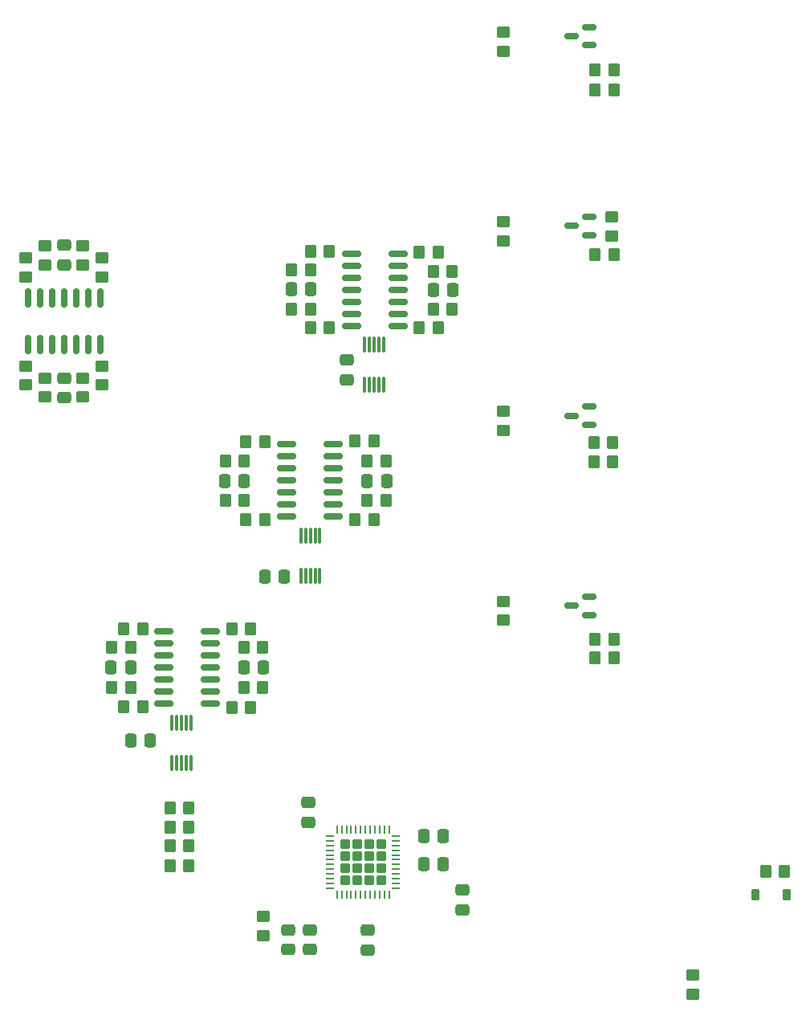
<source format=gtp>
G04 #@! TF.GenerationSoftware,KiCad,Pcbnew,8.0.5*
G04 #@! TF.CreationDate,2024-10-20T20:29:36+02:00*
G04 #@! TF.ProjectId,midi-2-cv,6d696469-2d32-42d6-9376-2e6b69636164,rev?*
G04 #@! TF.SameCoordinates,Original*
G04 #@! TF.FileFunction,Paste,Top*
G04 #@! TF.FilePolarity,Positive*
%FSLAX46Y46*%
G04 Gerber Fmt 4.6, Leading zero omitted, Abs format (unit mm)*
G04 Created by KiCad (PCBNEW 8.0.5) date 2024-10-20 20:29:36*
%MOMM*%
%LPD*%
G01*
G04 APERTURE LIST*
G04 Aperture macros list*
%AMRoundRect*
0 Rectangle with rounded corners*
0 $1 Rounding radius*
0 $2 $3 $4 $5 $6 $7 $8 $9 X,Y pos of 4 corners*
0 Add a 4 corners polygon primitive as box body*
4,1,4,$2,$3,$4,$5,$6,$7,$8,$9,$2,$3,0*
0 Add four circle primitives for the rounded corners*
1,1,$1+$1,$2,$3*
1,1,$1+$1,$4,$5*
1,1,$1+$1,$6,$7*
1,1,$1+$1,$8,$9*
0 Add four rect primitives between the rounded corners*
20,1,$1+$1,$2,$3,$4,$5,0*
20,1,$1+$1,$4,$5,$6,$7,0*
20,1,$1+$1,$6,$7,$8,$9,0*
20,1,$1+$1,$8,$9,$2,$3,0*%
G04 Aperture macros list end*
%ADD10RoundRect,0.250000X0.350000X0.450000X-0.350000X0.450000X-0.350000X-0.450000X0.350000X-0.450000X0*%
%ADD11RoundRect,0.250000X-0.350000X-0.450000X0.350000X-0.450000X0.350000X0.450000X-0.350000X0.450000X0*%
%ADD12RoundRect,0.250000X0.450000X-0.350000X0.450000X0.350000X-0.450000X0.350000X-0.450000X-0.350000X0*%
%ADD13RoundRect,0.150000X0.587500X0.150000X-0.587500X0.150000X-0.587500X-0.150000X0.587500X-0.150000X0*%
%ADD14RoundRect,0.250000X0.337500X0.475000X-0.337500X0.475000X-0.337500X-0.475000X0.337500X-0.475000X0*%
%ADD15RoundRect,0.250000X-0.337500X-0.475000X0.337500X-0.475000X0.337500X0.475000X-0.337500X0.475000X0*%
%ADD16RoundRect,0.250000X-0.475000X0.337500X-0.475000X-0.337500X0.475000X-0.337500X0.475000X0.337500X0*%
%ADD17RoundRect,0.250000X0.265000X-0.265000X0.265000X0.265000X-0.265000X0.265000X-0.265000X-0.265000X0*%
%ADD18RoundRect,0.062500X0.062500X-0.337500X0.062500X0.337500X-0.062500X0.337500X-0.062500X-0.337500X0*%
%ADD19RoundRect,0.062500X0.337500X-0.062500X0.337500X0.062500X-0.337500X0.062500X-0.337500X-0.062500X0*%
%ADD20RoundRect,0.087500X0.087500X-0.725000X0.087500X0.725000X-0.087500X0.725000X-0.087500X-0.725000X0*%
%ADD21RoundRect,0.250000X-0.450000X0.350000X-0.450000X-0.350000X0.450000X-0.350000X0.450000X0.350000X0*%
%ADD22RoundRect,0.250000X0.475000X-0.337500X0.475000X0.337500X-0.475000X0.337500X-0.475000X-0.337500X0*%
%ADD23RoundRect,0.150000X-0.825000X-0.150000X0.825000X-0.150000X0.825000X0.150000X-0.825000X0.150000X0*%
%ADD24RoundRect,0.150000X-0.150000X0.825000X-0.150000X-0.825000X0.150000X-0.825000X0.150000X0.825000X0*%
%ADD25RoundRect,0.225000X-0.225000X-0.375000X0.225000X-0.375000X0.225000X0.375000X-0.225000X0.375000X0*%
G04 APERTURE END LIST*
D10*
X113900000Y-99800000D03*
X111900000Y-99800000D03*
D11*
X73030000Y-101700000D03*
X75030000Y-101700000D03*
D10*
X76970000Y-121400000D03*
X74970000Y-121400000D03*
D12*
X102380000Y-98500000D03*
X102380000Y-96500000D03*
D13*
X111400000Y-77900000D03*
X111400000Y-76000000D03*
X109525000Y-76950000D03*
D14*
X97037500Y-83700000D03*
X94962500Y-83700000D03*
X77037500Y-123500000D03*
X74962500Y-123500000D03*
X90037500Y-103800000D03*
X87962500Y-103800000D03*
D10*
X89970000Y-105900000D03*
X87970000Y-105900000D03*
D15*
X93962500Y-144250000D03*
X96037500Y-144250000D03*
D10*
X113900000Y-101800000D03*
X111900000Y-101800000D03*
X76970000Y-125600000D03*
X74970000Y-125600000D03*
D11*
X82000000Y-87700000D03*
X84000000Y-87700000D03*
D16*
X85825000Y-91062500D03*
X85825000Y-93137500D03*
D17*
X85645000Y-145905000D03*
X86915000Y-145905000D03*
X88185000Y-145905000D03*
X89455000Y-145905000D03*
X85645000Y-144635000D03*
X86915000Y-144635000D03*
X88185000Y-144635000D03*
X89455000Y-144635000D03*
X85645000Y-143365000D03*
X86915000Y-143365000D03*
X88185000Y-143365000D03*
X89455000Y-143365000D03*
X85645000Y-142095000D03*
X86915000Y-142095000D03*
X88185000Y-142095000D03*
X89455000Y-142095000D03*
D18*
X84800000Y-147450000D03*
X85300000Y-147450000D03*
X85800000Y-147450000D03*
X86300000Y-147450000D03*
X86800000Y-147450000D03*
X87300000Y-147450000D03*
X87800000Y-147450000D03*
X88300000Y-147450000D03*
X88800000Y-147450000D03*
X89300000Y-147450000D03*
X89800000Y-147450000D03*
X90300000Y-147450000D03*
D19*
X91000000Y-146750000D03*
X91000000Y-146250000D03*
X91000000Y-145750000D03*
X91000000Y-145250000D03*
X91000000Y-144750000D03*
X91000000Y-144250000D03*
X91000000Y-143750000D03*
X91000000Y-143250000D03*
X91000000Y-142750000D03*
X91000000Y-142250000D03*
X91000000Y-141750000D03*
X91000000Y-141250000D03*
D18*
X90300000Y-140550000D03*
X89800000Y-140550000D03*
X89300000Y-140550000D03*
X88800000Y-140550000D03*
X88300000Y-140550000D03*
X87800000Y-140550000D03*
X87300000Y-140550000D03*
X86800000Y-140550000D03*
X86300000Y-140550000D03*
X85800000Y-140550000D03*
X85300000Y-140550000D03*
X84800000Y-140550000D03*
D19*
X84100000Y-141250000D03*
X84100000Y-141750000D03*
X84100000Y-142250000D03*
X84100000Y-142750000D03*
X84100000Y-143250000D03*
X84100000Y-143750000D03*
X84100000Y-144250000D03*
X84100000Y-144750000D03*
X84100000Y-145250000D03*
X84100000Y-145750000D03*
X84100000Y-146250000D03*
X84100000Y-146750000D03*
D20*
X67400000Y-133512500D03*
X67900000Y-133512500D03*
X68400000Y-133512500D03*
X68900000Y-133512500D03*
X69400000Y-133512500D03*
X69400000Y-129287500D03*
X68900000Y-129287500D03*
X68400000Y-129287500D03*
X67900000Y-129287500D03*
X67400000Y-129287500D03*
D12*
X102380000Y-78500000D03*
X102380000Y-76500000D03*
D11*
X80030000Y-81600000D03*
X82030000Y-81600000D03*
D21*
X52000000Y-80300000D03*
X52000000Y-82300000D03*
D10*
X69200000Y-144400000D03*
X67200000Y-144400000D03*
X88700000Y-99600000D03*
X86700000Y-99600000D03*
D12*
X102380000Y-118500000D03*
X102380000Y-116500000D03*
D22*
X56000000Y-81037500D03*
X56000000Y-78962500D03*
D10*
X114000000Y-80000000D03*
X112000000Y-80000000D03*
D11*
X62300000Y-127600000D03*
X64300000Y-127600000D03*
D12*
X77000000Y-151750000D03*
X77000000Y-149750000D03*
D22*
X79700000Y-153237500D03*
X79700000Y-151162500D03*
D10*
X75700000Y-127700000D03*
X73700000Y-127700000D03*
D15*
X77162500Y-113900000D03*
X79237500Y-113900000D03*
D10*
X89970000Y-101700000D03*
X87970000Y-101700000D03*
D21*
X122300000Y-155900000D03*
X122300000Y-157900000D03*
D16*
X88000000Y-151195000D03*
X88000000Y-153270000D03*
D10*
X69200000Y-138300000D03*
X67200000Y-138300000D03*
D11*
X75200000Y-107900000D03*
X77200000Y-107900000D03*
D12*
X60000000Y-93700000D03*
X60000000Y-91700000D03*
D11*
X61030000Y-121400000D03*
X63030000Y-121400000D03*
X62300000Y-119400000D03*
X64300000Y-119400000D03*
D10*
X88700000Y-107900000D03*
X86700000Y-107900000D03*
D20*
X81000000Y-113812500D03*
X81500000Y-113812500D03*
X82000000Y-113812500D03*
X82500000Y-113812500D03*
X83000000Y-113812500D03*
X83000000Y-109587500D03*
X82500000Y-109587500D03*
X82000000Y-109587500D03*
X81500000Y-109587500D03*
X81000000Y-109587500D03*
D11*
X61030000Y-125600000D03*
X63030000Y-125600000D03*
D23*
X86325000Y-79890000D03*
X86325000Y-81160000D03*
X86325000Y-82430000D03*
X86325000Y-83700000D03*
X86325000Y-84970000D03*
X86325000Y-86240000D03*
X86325000Y-87510000D03*
X91275000Y-87510000D03*
X91275000Y-86240000D03*
X91275000Y-84970000D03*
X91275000Y-83700000D03*
X91275000Y-82430000D03*
X91275000Y-81160000D03*
X91275000Y-79890000D03*
D16*
X81750000Y-137712500D03*
X81750000Y-139787500D03*
D11*
X75200000Y-99700000D03*
X77200000Y-99700000D03*
D24*
X59810000Y-84525000D03*
X58540000Y-84525000D03*
X57270000Y-84525000D03*
X56000000Y-84525000D03*
X54730000Y-84525000D03*
X53460000Y-84525000D03*
X52190000Y-84525000D03*
X52190000Y-89475000D03*
X53460000Y-89475000D03*
X54730000Y-89475000D03*
X56000000Y-89475000D03*
X57270000Y-89475000D03*
X58540000Y-89475000D03*
X59810000Y-89475000D03*
D12*
X52000000Y-93700000D03*
X52000000Y-91700000D03*
X102380000Y-58500000D03*
X102380000Y-56500000D03*
D14*
X75037500Y-103800000D03*
X72962500Y-103800000D03*
D22*
X81950000Y-153237500D03*
X81950000Y-151162500D03*
D14*
X82037500Y-83640000D03*
X79962500Y-83640000D03*
D13*
X111400000Y-97900000D03*
X111400000Y-96000000D03*
X109525000Y-96950000D03*
D21*
X54000000Y-79030000D03*
X54000000Y-81030000D03*
D11*
X73030000Y-105900000D03*
X75030000Y-105900000D03*
D10*
X96970000Y-85700000D03*
X94970000Y-85700000D03*
D21*
X60000000Y-80300000D03*
X60000000Y-82300000D03*
D10*
X114000000Y-122500000D03*
X112000000Y-122500000D03*
D12*
X113800000Y-78000000D03*
X113800000Y-76000000D03*
D16*
X98000000Y-146962500D03*
X98000000Y-149037500D03*
D15*
X63062500Y-131200000D03*
X65137500Y-131200000D03*
D10*
X69200000Y-142300000D03*
X67200000Y-142300000D03*
X95500000Y-87700000D03*
X93500000Y-87700000D03*
X95500000Y-79700000D03*
X93500000Y-79700000D03*
D25*
X128950000Y-147400000D03*
X132250000Y-147400000D03*
D11*
X130000000Y-145000000D03*
X132000000Y-145000000D03*
D22*
X56000000Y-95037500D03*
X56000000Y-92962500D03*
D10*
X75700000Y-119400000D03*
X73700000Y-119400000D03*
D11*
X80030000Y-85700000D03*
X82030000Y-85700000D03*
D23*
X66525000Y-119650000D03*
X66525000Y-120920000D03*
X66525000Y-122190000D03*
X66525000Y-123460000D03*
X66525000Y-124730000D03*
X66525000Y-126000000D03*
X66525000Y-127270000D03*
X71475000Y-127270000D03*
X71475000Y-126000000D03*
X71475000Y-124730000D03*
X71475000Y-123460000D03*
X71475000Y-122190000D03*
X71475000Y-120920000D03*
X71475000Y-119650000D03*
D12*
X58000000Y-94970000D03*
X58000000Y-92970000D03*
D14*
X96037500Y-141250000D03*
X93962500Y-141250000D03*
D23*
X79450000Y-99960000D03*
X79450000Y-101230000D03*
X79450000Y-102500000D03*
X79450000Y-103770000D03*
X79450000Y-105040000D03*
X79450000Y-106310000D03*
X79450000Y-107580000D03*
X84400000Y-107580000D03*
X84400000Y-106310000D03*
X84400000Y-105040000D03*
X84400000Y-103770000D03*
X84400000Y-102500000D03*
X84400000Y-101230000D03*
X84400000Y-99960000D03*
D13*
X111437500Y-117950000D03*
X111437500Y-116050000D03*
X109562500Y-117000000D03*
D10*
X96970000Y-81700000D03*
X94970000Y-81700000D03*
D12*
X54000000Y-94970000D03*
X54000000Y-92970000D03*
D11*
X82000000Y-79600000D03*
X84000000Y-79600000D03*
D13*
X111400000Y-57900000D03*
X111400000Y-56000000D03*
X109525000Y-56950000D03*
D10*
X114000000Y-62600000D03*
X112000000Y-62600000D03*
X114000000Y-120500000D03*
X112000000Y-120500000D03*
X69200000Y-140300000D03*
X67200000Y-140300000D03*
D21*
X58000000Y-79030000D03*
X58000000Y-81030000D03*
D10*
X114000000Y-60500000D03*
X112000000Y-60500000D03*
D14*
X63037500Y-123500000D03*
X60962500Y-123500000D03*
D20*
X87725000Y-93700000D03*
X88225000Y-93700000D03*
X88725000Y-93700000D03*
X89225000Y-93700000D03*
X89725000Y-93700000D03*
X89725000Y-89475000D03*
X89225000Y-89475000D03*
X88725000Y-89475000D03*
X88225000Y-89475000D03*
X87725000Y-89475000D03*
M02*

</source>
